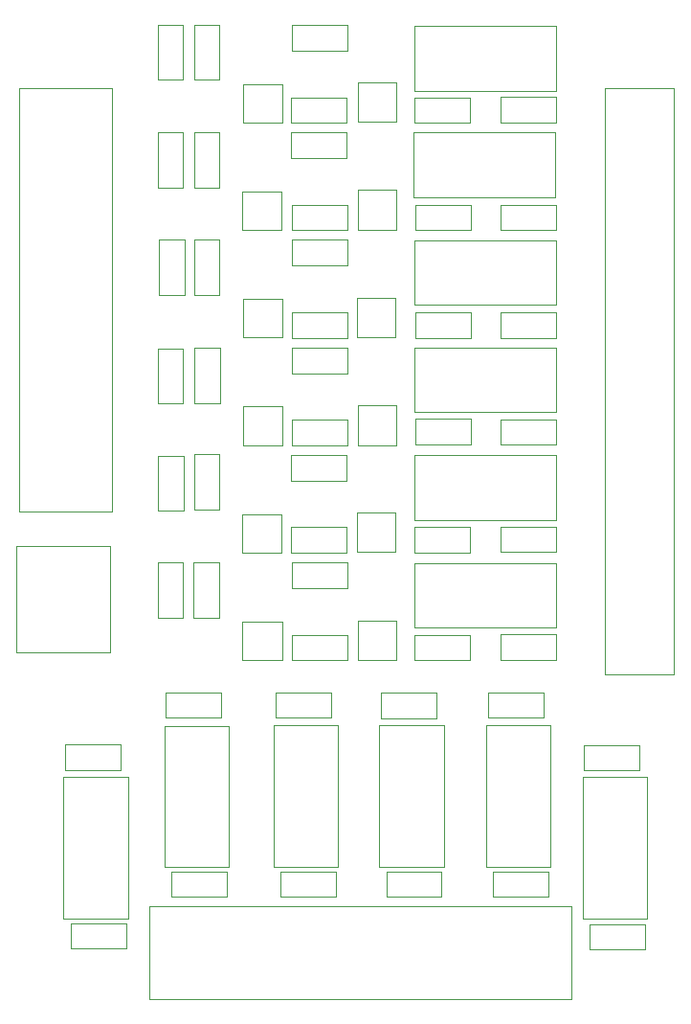
<source format=gbr>
G04 #@! TF.GenerationSoftware,KiCad,Pcbnew,5.1.5+dfsg1-2build2*
G04 #@! TF.CreationDate,2022-07-28T19:41:36+02:00*
G04 #@! TF.ProjectId,digital,64696769-7461-46c2-9e6b-696361645f70,rev?*
G04 #@! TF.SameCoordinates,Original*
G04 #@! TF.FileFunction,Other,User*
%FSLAX46Y46*%
G04 Gerber Fmt 4.6, Leading zero omitted, Abs format (unit mm)*
G04 Created by KiCad (PCBNEW 5.1.5+dfsg1-2build2) date 2022-07-28 19:41:36*
%MOMM*%
%LPD*%
G04 APERTURE LIST*
%ADD10C,0.050000*%
G04 APERTURE END LIST*
D10*
X121450000Y-122255000D02*
X126350000Y-122255000D01*
X121450000Y-124495000D02*
X121450000Y-122255000D01*
X126350000Y-124495000D02*
X121450000Y-124495000D01*
X126350000Y-122255000D02*
X126350000Y-124495000D01*
X125862500Y-108645000D02*
X120962500Y-108645000D01*
X125862500Y-106405000D02*
X125862500Y-108645000D01*
X120962500Y-106405000D02*
X125862500Y-106405000D01*
X120962500Y-108645000D02*
X120962500Y-106405000D01*
X120830000Y-109270000D02*
X120830000Y-121770000D01*
X126530000Y-109270000D02*
X120830000Y-109270000D01*
X126530000Y-121770000D02*
X126530000Y-109270000D01*
X120830000Y-121770000D02*
X126530000Y-121770000D01*
X122775000Y-48350000D02*
X122775000Y-100200000D01*
X122775000Y-100200000D02*
X128925000Y-100200000D01*
X128925000Y-100200000D02*
X128925000Y-48350000D01*
X128925000Y-48350000D02*
X122775000Y-48350000D01*
X88695000Y-42737500D02*
X88695000Y-47637500D01*
X86455000Y-42737500D02*
X88695000Y-42737500D01*
X86455000Y-47637500D02*
X86455000Y-42737500D01*
X88695000Y-47637500D02*
X86455000Y-47637500D01*
X88695000Y-52237500D02*
X88695000Y-57137500D01*
X86455000Y-52237500D02*
X88695000Y-52237500D01*
X86455000Y-57137500D02*
X86455000Y-52237500D01*
X88695000Y-57137500D02*
X86455000Y-57137500D01*
X85595000Y-66637500D02*
X83355000Y-66637500D01*
X83355000Y-66637500D02*
X83355000Y-61737500D01*
X83355000Y-61737500D02*
X85595000Y-61737500D01*
X85595000Y-61737500D02*
X85595000Y-66637500D01*
X85495000Y-76250000D02*
X83255000Y-76250000D01*
X83255000Y-76250000D02*
X83255000Y-71350000D01*
X83255000Y-71350000D02*
X85495000Y-71350000D01*
X85495000Y-71350000D02*
X85495000Y-76250000D01*
X85545000Y-80837500D02*
X85545000Y-85737500D01*
X83305000Y-80837500D02*
X85545000Y-80837500D01*
X83305000Y-85737500D02*
X83305000Y-80837500D01*
X85545000Y-85737500D02*
X83305000Y-85737500D01*
X85495000Y-95187500D02*
X83255000Y-95187500D01*
X83255000Y-95187500D02*
X83255000Y-90287500D01*
X83255000Y-90287500D02*
X85495000Y-90287500D01*
X85495000Y-90287500D02*
X85495000Y-95187500D01*
X70950000Y-48375000D02*
X70950000Y-85775000D01*
X79200000Y-48375000D02*
X70950000Y-48375000D01*
X79200000Y-85775000D02*
X79200000Y-48375000D01*
X70950000Y-85775000D02*
X79200000Y-85775000D01*
X119875000Y-128900000D02*
X119875000Y-120650000D01*
X119875000Y-120650000D02*
X82475000Y-120650000D01*
X82475000Y-120650000D02*
X82475000Y-128900000D01*
X82475000Y-128900000D02*
X119875000Y-128900000D01*
X70775000Y-98200000D02*
X79025000Y-98200000D01*
X79025000Y-98200000D02*
X79025000Y-88800000D01*
X79025000Y-88800000D02*
X70775000Y-88800000D01*
X70775000Y-88800000D02*
X70775000Y-98200000D01*
X100922800Y-51338440D02*
X100922800Y-47838440D01*
X104322800Y-51338440D02*
X100922800Y-51338440D01*
X104322800Y-47838440D02*
X104322800Y-51338440D01*
X100922800Y-47838440D02*
X104322800Y-47838440D01*
X100975000Y-60850000D02*
X100975000Y-57350000D01*
X104375000Y-60850000D02*
X100975000Y-60850000D01*
X104375000Y-57350000D02*
X104375000Y-60850000D01*
X100975000Y-57350000D02*
X104375000Y-57350000D01*
X90775000Y-51401000D02*
X90775000Y-48001000D01*
X90775000Y-48001000D02*
X94275000Y-48001000D01*
X94275000Y-48001000D02*
X94275000Y-51401000D01*
X94275000Y-51401000D02*
X90775000Y-51401000D01*
X90725000Y-60900000D02*
X90725000Y-57500000D01*
X90725000Y-57500000D02*
X94225000Y-57500000D01*
X94225000Y-57500000D02*
X94225000Y-60900000D01*
X94225000Y-60900000D02*
X90725000Y-60900000D01*
X100875000Y-66900000D02*
X104275000Y-66900000D01*
X104275000Y-66900000D02*
X104275000Y-70400000D01*
X104275000Y-70400000D02*
X100875000Y-70400000D01*
X100875000Y-70400000D02*
X100875000Y-66900000D01*
X100975000Y-76400000D02*
X104375000Y-76400000D01*
X104375000Y-76400000D02*
X104375000Y-79900000D01*
X104375000Y-79900000D02*
X100975000Y-79900000D01*
X100975000Y-79900000D02*
X100975000Y-76400000D01*
X100900000Y-85875000D02*
X104300000Y-85875000D01*
X104300000Y-85875000D02*
X104300000Y-89375000D01*
X104300000Y-89375000D02*
X100900000Y-89375000D01*
X100900000Y-89375000D02*
X100900000Y-85875000D01*
X100950000Y-95425000D02*
X104350000Y-95425000D01*
X104350000Y-95425000D02*
X104350000Y-98925000D01*
X104350000Y-98925000D02*
X100950000Y-98925000D01*
X100950000Y-98925000D02*
X100950000Y-95425000D01*
X94275000Y-70400000D02*
X90775000Y-70400000D01*
X94275000Y-67000000D02*
X94275000Y-70400000D01*
X90775000Y-67000000D02*
X94275000Y-67000000D01*
X90775000Y-70400000D02*
X90775000Y-67000000D01*
X94275000Y-79900000D02*
X90775000Y-79900000D01*
X94275000Y-76500000D02*
X94275000Y-79900000D01*
X90775000Y-76500000D02*
X94275000Y-76500000D01*
X90775000Y-79900000D02*
X90775000Y-76500000D01*
X94225000Y-89400000D02*
X90725000Y-89400000D01*
X94225000Y-86000000D02*
X94225000Y-89400000D01*
X90725000Y-86000000D02*
X94225000Y-86000000D01*
X90725000Y-89400000D02*
X90725000Y-86000000D01*
X94250000Y-98900000D02*
X90750000Y-98900000D01*
X94250000Y-95500000D02*
X94250000Y-98900000D01*
X90750000Y-95500000D02*
X94250000Y-95500000D01*
X90750000Y-98900000D02*
X90750000Y-95500000D01*
X95037500Y-49180000D02*
X99937500Y-49180000D01*
X95037500Y-51420000D02*
X95037500Y-49180000D01*
X99937500Y-51420000D02*
X95037500Y-51420000D01*
X99937500Y-49180000D02*
X99937500Y-51420000D01*
X95137500Y-58680000D02*
X100037500Y-58680000D01*
X95137500Y-60920000D02*
X95137500Y-58680000D01*
X100037500Y-60920000D02*
X95137500Y-60920000D01*
X100037500Y-58680000D02*
X100037500Y-60920000D01*
X110890160Y-51424760D02*
X105990160Y-51424760D01*
X110890160Y-49184760D02*
X110890160Y-51424760D01*
X105990160Y-49184760D02*
X110890160Y-49184760D01*
X105990160Y-51424760D02*
X105990160Y-49184760D01*
X106037500Y-60920000D02*
X106037500Y-58680000D01*
X106037500Y-58680000D02*
X110937500Y-58680000D01*
X110937500Y-58680000D02*
X110937500Y-60920000D01*
X110937500Y-60920000D02*
X106037500Y-60920000D01*
X118465380Y-49159360D02*
X118465380Y-51399360D01*
X118465380Y-51399360D02*
X113565380Y-51399360D01*
X113565380Y-51399360D02*
X113565380Y-49159360D01*
X113565380Y-49159360D02*
X118465380Y-49159360D01*
X118512500Y-58680000D02*
X118512500Y-60920000D01*
X118512500Y-60920000D02*
X113612500Y-60920000D01*
X113612500Y-60920000D02*
X113612500Y-58680000D01*
X113612500Y-58680000D02*
X118512500Y-58680000D01*
X85495000Y-42737500D02*
X85495000Y-47637500D01*
X83255000Y-42737500D02*
X85495000Y-42737500D01*
X83255000Y-47637500D02*
X83255000Y-42737500D01*
X85495000Y-47637500D02*
X83255000Y-47637500D01*
X85495000Y-52262500D02*
X85495000Y-57162500D01*
X83255000Y-52262500D02*
X85495000Y-52262500D01*
X83255000Y-57162500D02*
X83255000Y-52262500D01*
X85495000Y-57162500D02*
X83255000Y-57162500D01*
X100012500Y-42780000D02*
X100012500Y-45020000D01*
X100012500Y-45020000D02*
X95112500Y-45020000D01*
X95112500Y-45020000D02*
X95112500Y-42780000D01*
X95112500Y-42780000D02*
X100012500Y-42780000D01*
X99937500Y-52280000D02*
X99937500Y-54520000D01*
X99937500Y-54520000D02*
X95037500Y-54520000D01*
X95037500Y-54520000D02*
X95037500Y-52280000D01*
X95037500Y-52280000D02*
X99937500Y-52280000D01*
X95112500Y-68180000D02*
X100012500Y-68180000D01*
X95112500Y-70420000D02*
X95112500Y-68180000D01*
X100012500Y-70420000D02*
X95112500Y-70420000D01*
X100012500Y-68180000D02*
X100012500Y-70420000D01*
X95112500Y-77680000D02*
X100012500Y-77680000D01*
X95112500Y-79920000D02*
X95112500Y-77680000D01*
X100012500Y-79920000D02*
X95112500Y-79920000D01*
X100012500Y-77680000D02*
X100012500Y-79920000D01*
X95050000Y-87180000D02*
X99950000Y-87180000D01*
X95050000Y-89420000D02*
X95050000Y-87180000D01*
X99950000Y-89420000D02*
X95050000Y-89420000D01*
X99950000Y-87180000D02*
X99950000Y-89420000D01*
X100012500Y-96705000D02*
X100012500Y-98945000D01*
X100012500Y-98945000D02*
X95112500Y-98945000D01*
X95112500Y-98945000D02*
X95112500Y-96705000D01*
X95112500Y-96705000D02*
X100012500Y-96705000D01*
X106025000Y-70420000D02*
X106025000Y-68180000D01*
X106025000Y-68180000D02*
X110925000Y-68180000D01*
X110925000Y-68180000D02*
X110925000Y-70420000D01*
X110925000Y-70420000D02*
X106025000Y-70420000D01*
X110912500Y-79820000D02*
X106012500Y-79820000D01*
X110912500Y-77580000D02*
X110912500Y-79820000D01*
X106012500Y-77580000D02*
X110912500Y-77580000D01*
X106012500Y-79820000D02*
X106012500Y-77580000D01*
X110875000Y-89395000D02*
X105975000Y-89395000D01*
X110875000Y-87155000D02*
X110875000Y-89395000D01*
X105975000Y-87155000D02*
X110875000Y-87155000D01*
X105975000Y-89395000D02*
X105975000Y-87155000D01*
X110862500Y-98945000D02*
X105962500Y-98945000D01*
X110862500Y-96705000D02*
X110862500Y-98945000D01*
X105962500Y-96705000D02*
X110862500Y-96705000D01*
X105962500Y-98945000D02*
X105962500Y-96705000D01*
X118512500Y-68180000D02*
X118512500Y-70420000D01*
X118512500Y-70420000D02*
X113612500Y-70420000D01*
X113612500Y-70420000D02*
X113612500Y-68180000D01*
X113612500Y-68180000D02*
X118512500Y-68180000D01*
X118475000Y-77630000D02*
X118475000Y-79870000D01*
X118475000Y-79870000D02*
X113575000Y-79870000D01*
X113575000Y-79870000D02*
X113575000Y-77630000D01*
X113575000Y-77630000D02*
X118475000Y-77630000D01*
X118475000Y-87130000D02*
X118475000Y-89370000D01*
X118475000Y-89370000D02*
X113575000Y-89370000D01*
X113575000Y-89370000D02*
X113575000Y-87130000D01*
X113575000Y-87130000D02*
X118475000Y-87130000D01*
X113587500Y-96630000D02*
X118487500Y-96630000D01*
X113587500Y-98870000D02*
X113587500Y-96630000D01*
X118487500Y-98870000D02*
X113587500Y-98870000D01*
X118487500Y-96630000D02*
X118487500Y-98870000D01*
X88695000Y-61737500D02*
X88695000Y-66637500D01*
X86455000Y-61737500D02*
X88695000Y-61737500D01*
X86455000Y-66637500D02*
X86455000Y-61737500D01*
X88695000Y-66637500D02*
X86455000Y-66637500D01*
X88745000Y-76187500D02*
X86505000Y-76187500D01*
X86505000Y-76187500D02*
X86505000Y-71287500D01*
X86505000Y-71287500D02*
X88745000Y-71287500D01*
X88745000Y-71287500D02*
X88745000Y-76187500D01*
X88695000Y-85612500D02*
X86455000Y-85612500D01*
X86455000Y-85612500D02*
X86455000Y-80712500D01*
X86455000Y-80712500D02*
X88695000Y-80712500D01*
X88695000Y-80712500D02*
X88695000Y-85612500D01*
X88670000Y-90287500D02*
X88670000Y-95187500D01*
X86430000Y-90287500D02*
X88670000Y-90287500D01*
X86430000Y-95187500D02*
X86430000Y-90287500D01*
X88670000Y-95187500D02*
X86430000Y-95187500D01*
X100012500Y-61780000D02*
X100012500Y-64020000D01*
X100012500Y-64020000D02*
X95112500Y-64020000D01*
X95112500Y-64020000D02*
X95112500Y-61780000D01*
X95112500Y-61780000D02*
X100012500Y-61780000D01*
X100037500Y-71330000D02*
X100037500Y-73570000D01*
X100037500Y-73570000D02*
X95137500Y-73570000D01*
X95137500Y-73570000D02*
X95137500Y-71330000D01*
X95137500Y-71330000D02*
X100037500Y-71330000D01*
X99975000Y-80805000D02*
X99975000Y-83045000D01*
X99975000Y-83045000D02*
X95075000Y-83045000D01*
X95075000Y-83045000D02*
X95075000Y-80805000D01*
X95075000Y-80805000D02*
X99975000Y-80805000D01*
X99987500Y-90305000D02*
X99987500Y-92545000D01*
X99987500Y-92545000D02*
X95087500Y-92545000D01*
X95087500Y-92545000D02*
X95087500Y-90305000D01*
X95087500Y-90305000D02*
X99987500Y-90305000D01*
X117825000Y-117580000D02*
X117825000Y-119820000D01*
X117825000Y-119820000D02*
X112925000Y-119820000D01*
X112925000Y-119820000D02*
X112925000Y-117580000D01*
X112925000Y-117580000D02*
X117825000Y-117580000D01*
X108362500Y-117605000D02*
X108362500Y-119845000D01*
X108362500Y-119845000D02*
X103462500Y-119845000D01*
X103462500Y-119845000D02*
X103462500Y-117605000D01*
X103462500Y-117605000D02*
X108362500Y-117605000D01*
X99012500Y-117580000D02*
X99012500Y-119820000D01*
X99012500Y-119820000D02*
X94112500Y-119820000D01*
X94112500Y-119820000D02*
X94112500Y-117580000D01*
X94112500Y-117580000D02*
X99012500Y-117580000D01*
X89362500Y-117580000D02*
X89362500Y-119820000D01*
X89362500Y-119820000D02*
X84462500Y-119820000D01*
X84462500Y-119820000D02*
X84462500Y-117580000D01*
X84462500Y-117580000D02*
X89362500Y-117580000D01*
X80437500Y-122180000D02*
X80437500Y-124420000D01*
X80437500Y-124420000D02*
X75537500Y-124420000D01*
X75537500Y-124420000D02*
X75537500Y-122180000D01*
X75537500Y-122180000D02*
X80437500Y-122180000D01*
X117387500Y-104020000D02*
X112487500Y-104020000D01*
X117387500Y-101780000D02*
X117387500Y-104020000D01*
X112487500Y-101780000D02*
X117387500Y-101780000D01*
X112487500Y-104020000D02*
X112487500Y-101780000D01*
X107912500Y-104045000D02*
X103012500Y-104045000D01*
X107912500Y-101805000D02*
X107912500Y-104045000D01*
X103012500Y-101805000D02*
X107912500Y-101805000D01*
X103012500Y-104045000D02*
X103012500Y-101805000D01*
X98562500Y-104020000D02*
X93662500Y-104020000D01*
X98562500Y-101780000D02*
X98562500Y-104020000D01*
X93662500Y-101780000D02*
X98562500Y-101780000D01*
X93662500Y-104020000D02*
X93662500Y-101780000D01*
X88850000Y-104020000D02*
X83950000Y-104020000D01*
X88850000Y-101780000D02*
X88850000Y-104020000D01*
X83950000Y-101780000D02*
X88850000Y-101780000D01*
X83950000Y-104020000D02*
X83950000Y-101780000D01*
X79987500Y-108620000D02*
X75087500Y-108620000D01*
X79987500Y-106380000D02*
X79987500Y-108620000D01*
X75087500Y-106380000D02*
X79987500Y-106380000D01*
X75087500Y-108620000D02*
X75087500Y-106380000D01*
X105951900Y-48598000D02*
X118451900Y-48598000D01*
X105951900Y-42898000D02*
X105951900Y-48598000D01*
X118451900Y-42898000D02*
X105951900Y-42898000D01*
X118451900Y-48598000D02*
X118451900Y-42898000D01*
X105880000Y-57980000D02*
X118380000Y-57980000D01*
X105880000Y-52280000D02*
X105880000Y-57980000D01*
X118380000Y-52280000D02*
X105880000Y-52280000D01*
X118380000Y-57980000D02*
X118380000Y-52280000D01*
X118470000Y-67520000D02*
X118470000Y-61820000D01*
X118470000Y-61820000D02*
X105970000Y-61820000D01*
X105970000Y-61820000D02*
X105970000Y-67520000D01*
X105970000Y-67520000D02*
X118470000Y-67520000D01*
X118480000Y-76970000D02*
X118480000Y-71270000D01*
X118480000Y-71270000D02*
X105980000Y-71270000D01*
X105980000Y-71270000D02*
X105980000Y-76970000D01*
X105980000Y-76970000D02*
X118480000Y-76970000D01*
X118475000Y-86525000D02*
X118475000Y-80825000D01*
X118475000Y-80825000D02*
X105975000Y-80825000D01*
X105975000Y-80825000D02*
X105975000Y-86525000D01*
X105975000Y-86525000D02*
X118475000Y-86525000D01*
X105950000Y-96050000D02*
X118450000Y-96050000D01*
X105950000Y-90350000D02*
X105950000Y-96050000D01*
X118450000Y-90350000D02*
X105950000Y-90350000D01*
X118450000Y-96050000D02*
X118450000Y-90350000D01*
X112305000Y-104670000D02*
X112305000Y-117170000D01*
X118005000Y-104670000D02*
X112305000Y-104670000D01*
X118005000Y-117170000D02*
X118005000Y-104670000D01*
X112305000Y-117170000D02*
X118005000Y-117170000D01*
X102849300Y-117195200D02*
X108549300Y-117195200D01*
X108549300Y-117195200D02*
X108549300Y-104695200D01*
X108549300Y-104695200D02*
X102849300Y-104695200D01*
X102849300Y-104695200D02*
X102849300Y-117195200D01*
X93480000Y-117195000D02*
X99180000Y-117195000D01*
X99180000Y-117195000D02*
X99180000Y-104695000D01*
X99180000Y-104695000D02*
X93480000Y-104695000D01*
X93480000Y-104695000D02*
X93480000Y-117195000D01*
X83851900Y-104708600D02*
X83851900Y-117208600D01*
X89551900Y-104708600D02*
X83851900Y-104708600D01*
X89551900Y-117208600D02*
X89551900Y-104708600D01*
X83851900Y-117208600D02*
X89551900Y-117208600D01*
X74920000Y-121770000D02*
X80620000Y-121770000D01*
X80620000Y-121770000D02*
X80620000Y-109270000D01*
X80620000Y-109270000D02*
X74920000Y-109270000D01*
X74920000Y-109270000D02*
X74920000Y-121770000D01*
M02*

</source>
